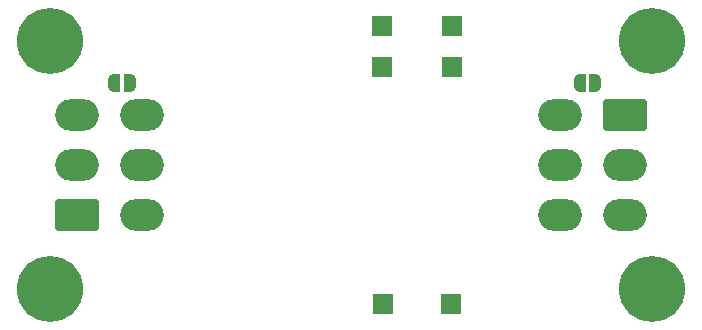
<source format=gbs>
%TF.GenerationSoftware,KiCad,Pcbnew,(7.0.0)*%
%TF.CreationDate,2023-03-31T19:13:01+01:00*%
%TF.ProjectId,CANRepIso,43414e52-6570-4497-936f-2e6b69636164,rev?*%
%TF.SameCoordinates,Original*%
%TF.FileFunction,Soldermask,Bot*%
%TF.FilePolarity,Negative*%
%FSLAX46Y46*%
G04 Gerber Fmt 4.6, Leading zero omitted, Abs format (unit mm)*
G04 Created by KiCad (PCBNEW (7.0.0)) date 2023-03-31 19:13:01*
%MOMM*%
%LPD*%
G01*
G04 APERTURE LIST*
G04 Aperture macros list*
%AMRoundRect*
0 Rectangle with rounded corners*
0 $1 Rounding radius*
0 $2 $3 $4 $5 $6 $7 $8 $9 X,Y pos of 4 corners*
0 Add a 4 corners polygon primitive as box body*
4,1,4,$2,$3,$4,$5,$6,$7,$8,$9,$2,$3,0*
0 Add four circle primitives for the rounded corners*
1,1,$1+$1,$2,$3*
1,1,$1+$1,$4,$5*
1,1,$1+$1,$6,$7*
1,1,$1+$1,$8,$9*
0 Add four rect primitives between the rounded corners*
20,1,$1+$1,$2,$3,$4,$5,0*
20,1,$1+$1,$4,$5,$6,$7,0*
20,1,$1+$1,$6,$7,$8,$9,0*
20,1,$1+$1,$8,$9,$2,$3,0*%
%AMFreePoly0*
4,1,19,0.500000,-0.750000,0.000000,-0.750000,0.000000,-0.744911,-0.071157,-0.744911,-0.207708,-0.704816,-0.327430,-0.627875,-0.420627,-0.520320,-0.479746,-0.390866,-0.500000,-0.250000,-0.500000,0.250000,-0.479746,0.390866,-0.420627,0.520320,-0.327430,0.627875,-0.207708,0.704816,-0.071157,0.744911,0.000000,0.744911,0.000000,0.750000,0.500000,0.750000,0.500000,-0.750000,0.500000,-0.750000,
$1*%
%AMFreePoly1*
4,1,19,0.000000,0.744911,0.071157,0.744911,0.207708,0.704816,0.327430,0.627875,0.420627,0.520320,0.479746,0.390866,0.500000,0.250000,0.500000,-0.250000,0.479746,-0.390866,0.420627,-0.520320,0.327430,-0.627875,0.207708,-0.704816,0.071157,-0.744911,0.000000,-0.744911,0.000000,-0.750000,-0.500000,-0.750000,-0.500000,0.750000,0.000000,0.750000,0.000000,0.744911,0.000000,0.744911,
$1*%
G04 Aperture macros list end*
%ADD10RoundRect,0.250001X1.599999X-1.099999X1.599999X1.099999X-1.599999X1.099999X-1.599999X-1.099999X0*%
%ADD11O,3.700000X2.700000*%
%ADD12RoundRect,0.250001X-1.599999X1.099999X-1.599999X-1.099999X1.599999X-1.099999X1.599999X1.099999X0*%
%ADD13C,5.600000*%
%ADD14R,1.700000X1.700000*%
%ADD15FreePoly0,0.000000*%
%ADD16FreePoly1,0.000000*%
G04 APERTURE END LIST*
D10*
%TO.C,RBUS1*%
X117300000Y-100700000D03*
D11*
X117299999Y-96499999D03*
X117299999Y-92299999D03*
X122799999Y-100699999D03*
X122799999Y-96499999D03*
X122799999Y-92299999D03*
%TD*%
D12*
%TO.C,RBUS2*%
X163700000Y-92300000D03*
D11*
X163699999Y-96499999D03*
X163699999Y-100699999D03*
X158199999Y-92299999D03*
X158199999Y-96499999D03*
X158199999Y-100699999D03*
%TD*%
D13*
%TO.C,H3*%
X166000000Y-86000000D03*
%TD*%
D14*
%TO.C,TP7*%
X143159999Y-84699999D03*
%TD*%
D13*
%TO.C,H1*%
X115000000Y-86000000D03*
%TD*%
D14*
%TO.C,TP9*%
X149039999Y-84709999D03*
%TD*%
D13*
%TO.C,H2*%
X115000000Y-107000000D03*
%TD*%
%TO.C,H4*%
X166000000Y-107000000D03*
%TD*%
D14*
%TO.C,TP11*%
X143157999Y-88193999D03*
%TD*%
%TO.C,TP12*%
X149040999Y-88191999D03*
%TD*%
%TO.C,TP8*%
X143243999Y-108254999D03*
%TD*%
%TO.C,TP10*%
X148978999Y-108227999D03*
%TD*%
D15*
%TO.C,JP4*%
X120469999Y-89520000D03*
D16*
X121769999Y-89520000D03*
%TD*%
D15*
%TO.C,JP3*%
X159879000Y-89580000D03*
D16*
X161179000Y-89580000D03*
%TD*%
M02*

</source>
